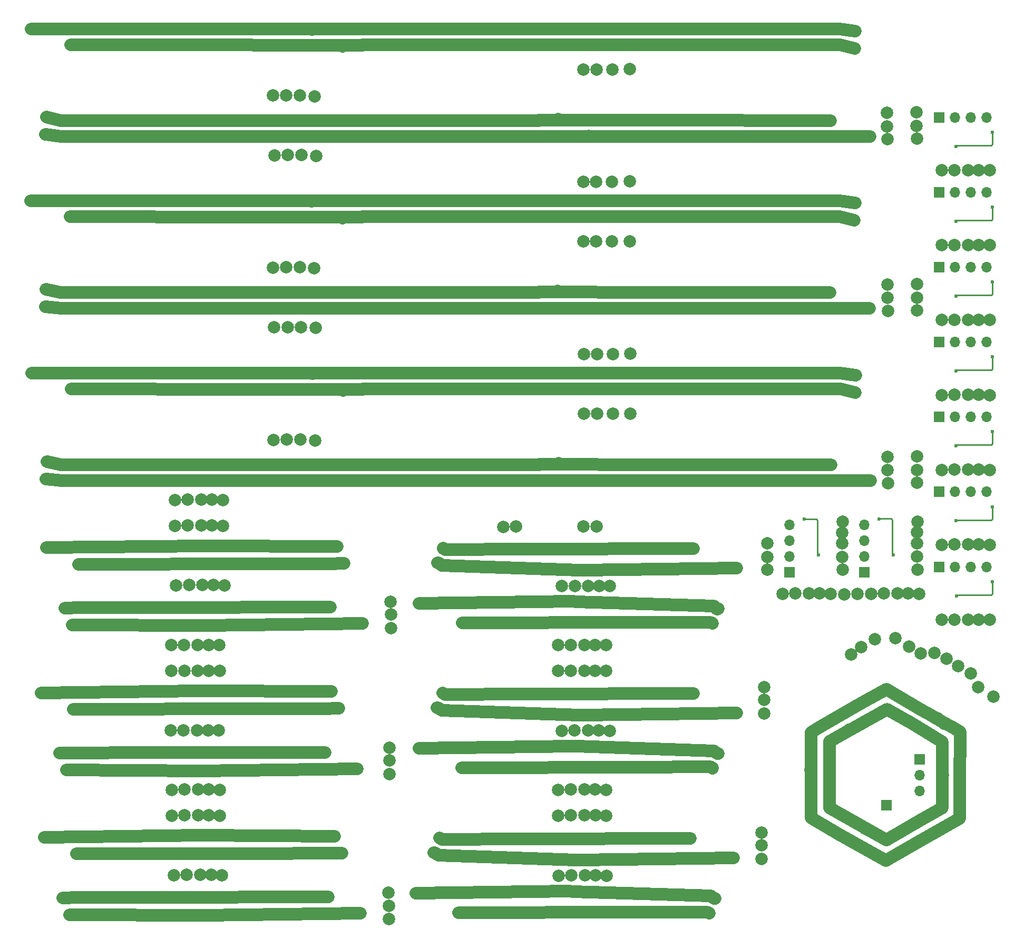
<source format=gbr>
G04 #@! TF.FileFunction,Copper,L2,Bot,Signal*
%FSLAX46Y46*%
G04 Gerber Fmt 4.6, Leading zero omitted, Abs format (unit mm)*
G04 Created by KiCad (PCBNEW 4.0.7) date 10/29/17 08:22:04*
%MOMM*%
%LPD*%
G01*
G04 APERTURE LIST*
%ADD10C,0.100000*%
%ADD11R,1.700000X1.700000*%
%ADD12O,1.700000X1.700000*%
%ADD13C,2.000000*%
%ADD14C,0.600000*%
%ADD15C,2.000000*%
%ADD16C,0.250000*%
%ADD17C,1.000000*%
%ADD18C,0.500000*%
G04 APERTURE END LIST*
D10*
D11*
X141109700Y-112737900D03*
D12*
X141109700Y-110197900D03*
X141109700Y-107657900D03*
X141109700Y-105117900D03*
D11*
X153149300Y-112712500D03*
D12*
X153149300Y-110172500D03*
X153149300Y-107632500D03*
X153149300Y-105092500D03*
D11*
X165163500Y-111848900D03*
D12*
X167703500Y-111848900D03*
X170243500Y-111848900D03*
X172783500Y-111848900D03*
D11*
X165138100Y-39636700D03*
D12*
X167678100Y-39636700D03*
X170218100Y-39636700D03*
X172758100Y-39636700D03*
D11*
X165138100Y-51676300D03*
D12*
X167678100Y-51676300D03*
X170218100Y-51676300D03*
X172758100Y-51676300D03*
D11*
X165138100Y-75730100D03*
D12*
X167678100Y-75730100D03*
X170218100Y-75730100D03*
X172758100Y-75730100D03*
D11*
X165138100Y-63690500D03*
D12*
X167678100Y-63690500D03*
X170218100Y-63690500D03*
X172758100Y-63690500D03*
D11*
X165138100Y-87769700D03*
D12*
X167678100Y-87769700D03*
X170218100Y-87769700D03*
X172758100Y-87769700D03*
D11*
X162026600Y-142824200D03*
D12*
X162026600Y-145364200D03*
X162026600Y-147904200D03*
D11*
X156692600Y-150126700D03*
X165138100Y-99809300D03*
D12*
X167678100Y-99809300D03*
X170218100Y-99809300D03*
X172758100Y-99809300D03*
D13*
X156870400Y-43129200D03*
X156819600Y-41071800D03*
X156819600Y-38887400D03*
X161518600Y-38836600D03*
X161518600Y-41021000D03*
X161569400Y-43078400D03*
X156921200Y-70713600D03*
X156870400Y-68656200D03*
X156870400Y-66471800D03*
X161569400Y-66421000D03*
X161569400Y-68605400D03*
X161620200Y-70662800D03*
X161620200Y-98348800D03*
X161569400Y-96291400D03*
X161569400Y-94107000D03*
X156870400Y-94157800D03*
X156870400Y-96342200D03*
X156921200Y-98399600D03*
X170205400Y-128955800D03*
X168249600Y-127787400D03*
X166344600Y-126644400D03*
X164439600Y-125679200D03*
X171450000Y-131165600D03*
X173888400Y-132715000D03*
X158165800Y-123342400D03*
X160299400Y-124637800D03*
X162204400Y-125806200D03*
X154838400Y-123520200D03*
X152628600Y-124764800D03*
X149910800Y-116255800D03*
X152044400Y-116230400D03*
X151053800Y-125933200D03*
X145973800Y-116154200D03*
X144246600Y-116154200D03*
X142062200Y-116154200D03*
X140004800Y-116205000D03*
X147726400Y-116205000D03*
X161950400Y-116205000D03*
X154228800Y-116205000D03*
X156286200Y-116154200D03*
X158470600Y-116154200D03*
X160197800Y-116154200D03*
X149580600Y-106349800D03*
X149580600Y-108077000D03*
X149580600Y-110261400D03*
X149631400Y-112318800D03*
X149631400Y-104597200D03*
X137591800Y-112318800D03*
X137541000Y-110261400D03*
X137541000Y-108077000D03*
X161671000Y-104571800D03*
X161671000Y-112293400D03*
X161620200Y-110236000D03*
X161620200Y-108051600D03*
X161620200Y-106324400D03*
X171551600Y-120319800D03*
X169824400Y-120319800D03*
X167640000Y-120319800D03*
X165582600Y-120370600D03*
X173304200Y-120370600D03*
X171526200Y-48107600D03*
X169799000Y-48107600D03*
X167614600Y-48107600D03*
X165557200Y-48158400D03*
X173278800Y-48158400D03*
X173278800Y-60198000D03*
X165557200Y-60198000D03*
X167614600Y-60147200D03*
X169799000Y-60147200D03*
X171526200Y-60147200D03*
X171526200Y-84201000D03*
X169799000Y-84201000D03*
X167614600Y-84201000D03*
X165557200Y-84251800D03*
X173278800Y-84251800D03*
X173278800Y-72212200D03*
X165557200Y-72212200D03*
X167614600Y-72161400D03*
X169799000Y-72161400D03*
X171526200Y-72161400D03*
X171526200Y-96240600D03*
X169799000Y-96240600D03*
X167614600Y-96240600D03*
X165557200Y-96291400D03*
X173278800Y-96291400D03*
X136601200Y-154533600D03*
X136652000Y-156591000D03*
X136652000Y-158775400D03*
X137033000Y-131191000D03*
X137083800Y-133248400D03*
X137083800Y-135432800D03*
X108051600Y-105384600D03*
X110109000Y-105333800D03*
X76682600Y-164236400D03*
X76733400Y-166293800D03*
X76733400Y-168478200D03*
X76885800Y-145135600D03*
X76885800Y-142951200D03*
X76835000Y-140893800D03*
X77063600Y-117475000D03*
X77114400Y-119532400D03*
X77114400Y-121716800D03*
X47701200Y-138099800D03*
X45974000Y-138099800D03*
X43789600Y-138099800D03*
X41732200Y-138150600D03*
X49453800Y-138150600D03*
X50317400Y-114833400D03*
X42595800Y-114833400D03*
X44653200Y-114782600D03*
X46837600Y-114782600D03*
X48564800Y-114782600D03*
X49961800Y-161391600D03*
X42240200Y-161391600D03*
X44297600Y-161340800D03*
X46482000Y-161340800D03*
X48209200Y-161340800D03*
X47828200Y-147650200D03*
X46101000Y-147650200D03*
X43916600Y-147650200D03*
X41859200Y-147701000D03*
X49580800Y-147701000D03*
X47853600Y-151790400D03*
X46126400Y-151790400D03*
X43942000Y-151790400D03*
X41884600Y-151841200D03*
X49606200Y-151841200D03*
X49555400Y-128600200D03*
X41833800Y-128600200D03*
X43891200Y-128549400D03*
X46075600Y-128549400D03*
X47802800Y-128549400D03*
X49530000Y-124460000D03*
X41808400Y-124460000D03*
X43865800Y-124409200D03*
X46050200Y-124409200D03*
X47777400Y-124409200D03*
X97180400Y-105384600D03*
X95123000Y-105435400D03*
X173278800Y-108331000D03*
X165557200Y-108331000D03*
X167614600Y-108280200D03*
X169799000Y-108280200D03*
X171526200Y-108280200D03*
X50114200Y-105283000D03*
X42392600Y-105283000D03*
X44450000Y-105232200D03*
X46634400Y-105232200D03*
X48361600Y-105232200D03*
X50088800Y-101142800D03*
X42367200Y-101142800D03*
X44424600Y-101092000D03*
X46609000Y-101092000D03*
X48336200Y-101092000D03*
X111683800Y-151815800D03*
X106019600Y-151765000D03*
X108204000Y-151765000D03*
X109931200Y-151765000D03*
X111658400Y-147675600D03*
X108178600Y-147624800D03*
X109905800Y-147624800D03*
X112255300Y-138214100D03*
X110502700Y-138163300D03*
X111658400Y-128600200D03*
X105994200Y-128549400D03*
X108178600Y-128549400D03*
X109905800Y-128549400D03*
X111633000Y-124460000D03*
X108153200Y-124409200D03*
X109880400Y-124409200D03*
X109994700Y-161455100D03*
X108267500Y-161455100D03*
X106083100Y-161455100D03*
X104025700Y-161505900D03*
X111747300Y-161505900D03*
X112280700Y-114947700D03*
X108800900Y-114896900D03*
X110528100Y-114896900D03*
X107975400Y-49987200D03*
X110083600Y-49987200D03*
X115443000Y-49936400D03*
X112598200Y-49987200D03*
X58343800Y-73380600D03*
X60477400Y-73329800D03*
X62661800Y-73329800D03*
X64998600Y-73482200D03*
X112598200Y-59588400D03*
X115443000Y-59537600D03*
X110083600Y-59588400D03*
X107975400Y-59588400D03*
X64770000Y-63881000D03*
X62433200Y-63728600D03*
X60248800Y-63728600D03*
X58115200Y-63779400D03*
X58242200Y-91465400D03*
X60375800Y-91414600D03*
X62560200Y-91414600D03*
X64897000Y-91567000D03*
X108102400Y-87274400D03*
X110210600Y-87274400D03*
X115570000Y-87223600D03*
X112725200Y-87274400D03*
X112725200Y-77673200D03*
X115570000Y-77622400D03*
X110210600Y-77673200D03*
X108102400Y-77673200D03*
X58394600Y-45745400D03*
X60528200Y-45694600D03*
X62712600Y-45694600D03*
X65049400Y-45847000D03*
X112649000Y-31953200D03*
X115493800Y-31902400D03*
X110134400Y-31953200D03*
X108026200Y-31953200D03*
X64820800Y-36245800D03*
X62484000Y-36093400D03*
X60299600Y-36093400D03*
X58166000Y-36144200D03*
D14*
X159941471Y-157129907D03*
X159931100Y-157111700D03*
D13*
X103936800Y-147675600D03*
X103911400Y-124460000D03*
X103962200Y-151815800D03*
X104533700Y-138214100D03*
X103936800Y-128600200D03*
X104559100Y-114947700D03*
X105994200Y-147624800D03*
X105968800Y-124409200D03*
X106591100Y-138163300D03*
X108775500Y-138163300D03*
X106616500Y-114896900D03*
D14*
X46897089Y-108469196D03*
X68439174Y-108570182D03*
X46541489Y-155027396D03*
X68083574Y-155128382D03*
X67575574Y-131887382D03*
X46033489Y-131786396D03*
X20846545Y-132103329D03*
X71711055Y-144299471D03*
X46524111Y-144616404D03*
X24982026Y-144515418D03*
X25845626Y-121198218D03*
X47387711Y-121299204D03*
X72574655Y-120982271D03*
X21710145Y-108786129D03*
X25490026Y-167756418D03*
X47032111Y-167857404D03*
X72219055Y-167540471D03*
X21354545Y-155344329D03*
X81561066Y-141011890D03*
X129508452Y-141891451D03*
X106892025Y-140825382D03*
X107293475Y-135539318D03*
X84677048Y-134473249D03*
X132624434Y-135352810D03*
X132116434Y-158644610D03*
X84169048Y-157765049D03*
X106785475Y-158831118D03*
X106384025Y-164117182D03*
X129000452Y-165183251D03*
X81053066Y-164303690D03*
X81586466Y-117745490D03*
X129533852Y-118625051D03*
X106917425Y-117558982D03*
X21590000Y-70027800D03*
X68326000Y-70599300D03*
X108839000Y-70281800D03*
X101282500Y-70345300D03*
X39687500Y-70345300D03*
X98996500Y-70345300D03*
X153987500Y-70345300D03*
X128587500Y-70345300D03*
X151599900Y-53378100D03*
X104863900Y-52806600D03*
X64350900Y-53124100D03*
X71907400Y-53060600D03*
X133502400Y-53060600D03*
X74193400Y-53060600D03*
X19202400Y-53060600D03*
X44602400Y-53060600D03*
X44729400Y-80746600D03*
X19329400Y-80746600D03*
X74320400Y-80746600D03*
X133629400Y-80746600D03*
X72034400Y-80746600D03*
X64477900Y-80810100D03*
X104990900Y-80492600D03*
X151726900Y-81064100D03*
X128714500Y-98031300D03*
X154114500Y-98031300D03*
X99123500Y-98031300D03*
X39814500Y-98031300D03*
X101409500Y-98031300D03*
X108966000Y-97967800D03*
X68453000Y-98285300D03*
X21717000Y-97713800D03*
X21640800Y-42392600D03*
X68376800Y-42964100D03*
X108889800Y-42646600D03*
X101333300Y-42710100D03*
X39738300Y-42710100D03*
X99047300Y-42710100D03*
X154038300Y-42710100D03*
X128638300Y-42710100D03*
X107318875Y-112272918D03*
X84702448Y-111206849D03*
X132649834Y-112086410D03*
X151650700Y-25742900D03*
X104914700Y-25171400D03*
X64401700Y-25488900D03*
X71958200Y-25425400D03*
X133553200Y-25425400D03*
X74244200Y-25425400D03*
X19253200Y-25425400D03*
X44653200Y-25425400D03*
X145961100Y-137807700D03*
X165963600Y-137045700D03*
X144627600Y-142570200D03*
X153327100Y-133426200D03*
X164884100Y-136220200D03*
X147929600Y-154127200D03*
X167424100Y-137744200D03*
X66516675Y-141652540D03*
X37523842Y-141600482D03*
X23851481Y-141795257D03*
X24715081Y-118478057D03*
X38387442Y-118283282D03*
X67380275Y-118335340D03*
X26904525Y-111433060D03*
X55897358Y-111485118D03*
X69569719Y-111290343D03*
X24359481Y-165036257D03*
X38031842Y-164841482D03*
X67024675Y-164893540D03*
X26548925Y-157991260D03*
X55541758Y-158043318D03*
X69214119Y-157848543D03*
X68706119Y-134607543D03*
X55033758Y-134802318D03*
X26040925Y-134750260D03*
X116084909Y-144079839D03*
X88486187Y-144130229D03*
X128393237Y-144015244D03*
X85792263Y-132349456D03*
X125699313Y-132234471D03*
X98100591Y-132284861D03*
X97592591Y-155576661D03*
X125191313Y-155526271D03*
X85284263Y-155641256D03*
X127885237Y-167307044D03*
X87978187Y-167422029D03*
X115576909Y-167371639D03*
X116110309Y-120813439D03*
X88511587Y-120863829D03*
X128418637Y-120748844D03*
X21653500Y-67233800D03*
X59563000Y-67614800D03*
X87757000Y-67741800D03*
X116713000Y-67678300D03*
X100774500Y-67805300D03*
X103886120Y-67566926D03*
X29781500Y-67805300D03*
X147637500Y-67805300D03*
X151536400Y-56172100D03*
X113626900Y-55791100D03*
X85432900Y-55664100D03*
X56476900Y-55727600D03*
X72415400Y-55600600D03*
X69303780Y-55838974D03*
X143408400Y-55600600D03*
X25552400Y-55600600D03*
X25679400Y-83286600D03*
X143535400Y-83286600D03*
X69430780Y-83524974D03*
X72542400Y-83286600D03*
X56603900Y-83413600D03*
X85559900Y-83350100D03*
X113753900Y-83477100D03*
X151663400Y-83858100D03*
X147764500Y-95491300D03*
X29908500Y-95491300D03*
X104013120Y-95252926D03*
X100901500Y-95491300D03*
X116840000Y-95364300D03*
X87884000Y-95427800D03*
X59690000Y-95300800D03*
X21780500Y-94919800D03*
X21704300Y-39598600D03*
X59613800Y-39979600D03*
X87807800Y-40106600D03*
X116763800Y-40043100D03*
X100825300Y-40170100D03*
X103936920Y-39931726D03*
X29832300Y-40170100D03*
X147688300Y-40170100D03*
X85817663Y-109083056D03*
X125724713Y-108968071D03*
X98125991Y-109018461D03*
X151587200Y-28536900D03*
X113677700Y-28155900D03*
X85483700Y-28028900D03*
X56527700Y-28092400D03*
X72466200Y-27965400D03*
X69354580Y-28203774D03*
X143459200Y-27965400D03*
X25603200Y-27965400D03*
X147548600Y-146697700D03*
X150850600Y-137998200D03*
X160121600Y-136601200D03*
X162407600Y-152476200D03*
X165773100Y-145364200D03*
X165709600Y-146824700D03*
X165709600Y-143840200D03*
X153327100Y-153809700D03*
X145770600Y-109982000D03*
X143510000Y-104190800D03*
X155549600Y-104165400D03*
X157810200Y-109956600D03*
X167919400Y-116509800D03*
X173710600Y-114249200D03*
X167894000Y-44297600D03*
X173685200Y-42037000D03*
X173685200Y-54076600D03*
X167894000Y-56337200D03*
X167894000Y-80391000D03*
X173685200Y-78130400D03*
X173685200Y-66090800D03*
X167894000Y-68351400D03*
X167894000Y-92430600D03*
X173685200Y-90170000D03*
X173685200Y-102209600D03*
X167894000Y-104470200D03*
D15*
X159931100Y-157111700D02*
X159941471Y-157129907D01*
X46897089Y-108469196D02*
X21710145Y-108786129D01*
X46897089Y-108469196D02*
X68439174Y-108570182D01*
X46541489Y-155027396D02*
X21354545Y-155344329D01*
X46541489Y-155027396D02*
X68083574Y-155128382D01*
X46033489Y-131786396D02*
X67575574Y-131887382D01*
X46033489Y-131786396D02*
X20846545Y-132103329D01*
X46524111Y-144616404D02*
X71711055Y-144299471D01*
X46524111Y-144616404D02*
X24982026Y-144515418D01*
X47387711Y-121299204D02*
X25845626Y-121198218D01*
X47387711Y-121299204D02*
X72574655Y-120982271D01*
X47032111Y-167857404D02*
X25490026Y-167756418D01*
X47032111Y-167857404D02*
X72219055Y-167540471D01*
X106184009Y-140693294D02*
X81561066Y-141011890D01*
X106895669Y-140717291D02*
X106184009Y-140693294D01*
X128918998Y-141459927D02*
X106895669Y-140717291D01*
X128981284Y-141460610D02*
X128918998Y-141459927D01*
D16*
X106183348Y-140782845D02*
X106184009Y-140693294D01*
D15*
X129508646Y-141891593D02*
X129684119Y-141844575D01*
X129508452Y-141891451D02*
X129508646Y-141891593D01*
X128918998Y-141459927D02*
X129508452Y-141891451D01*
X129508452Y-141891451D02*
X128918998Y-141459927D01*
D17*
X106873398Y-140755866D02*
X106895669Y-140717291D01*
X106892025Y-140825382D02*
X106873398Y-140755866D01*
X107293475Y-135539318D02*
X107312102Y-135608834D01*
X107312102Y-135608834D02*
X107289831Y-135647409D01*
D15*
X84677048Y-134473249D02*
X85266502Y-134904773D01*
X85266502Y-134904773D02*
X84677048Y-134473249D01*
X84677048Y-134473249D02*
X84676854Y-134473107D01*
X84676854Y-134473107D02*
X84501381Y-134520125D01*
D16*
X108002152Y-135581855D02*
X108001491Y-135671406D01*
D15*
X85204216Y-134904090D02*
X85266502Y-134904773D01*
X85266502Y-134904773D02*
X107289831Y-135647409D01*
X107289831Y-135647409D02*
X108001491Y-135671406D01*
X108001491Y-135671406D02*
X132624434Y-135352810D01*
X107493491Y-158963206D02*
X132116434Y-158644610D01*
X106781831Y-158939209D02*
X107493491Y-158963206D01*
X84758502Y-158196573D02*
X106781831Y-158939209D01*
X84696216Y-158195890D02*
X84758502Y-158196573D01*
D16*
X107494152Y-158873655D02*
X107493491Y-158963206D01*
D15*
X84168854Y-157764907D02*
X83993381Y-157811925D01*
X84169048Y-157765049D02*
X84168854Y-157764907D01*
X84758502Y-158196573D02*
X84169048Y-157765049D01*
X84169048Y-157765049D02*
X84758502Y-158196573D01*
D17*
X106804102Y-158900634D02*
X106781831Y-158939209D01*
X106785475Y-158831118D02*
X106804102Y-158900634D01*
X106384025Y-164117182D02*
X106365398Y-164047666D01*
X106365398Y-164047666D02*
X106387669Y-164009091D01*
D15*
X129000452Y-165183251D02*
X128410998Y-164751727D01*
X128410998Y-164751727D02*
X129000452Y-165183251D01*
X129000452Y-165183251D02*
X129000646Y-165183393D01*
X129000646Y-165183393D02*
X129176119Y-165136375D01*
D16*
X105675348Y-164074645D02*
X105676009Y-163985094D01*
D15*
X128473284Y-164752410D02*
X128410998Y-164751727D01*
X128410998Y-164751727D02*
X106387669Y-164009091D01*
X106387669Y-164009091D02*
X105676009Y-163985094D01*
X105676009Y-163985094D02*
X81053066Y-164303690D01*
X106209409Y-117426894D02*
X81586466Y-117745490D01*
X106921069Y-117450891D02*
X106209409Y-117426894D01*
X128944398Y-118193527D02*
X106921069Y-117450891D01*
X129006684Y-118194210D02*
X128944398Y-118193527D01*
D16*
X106208748Y-117516445D02*
X106209409Y-117426894D01*
D15*
X129534046Y-118625193D02*
X129709519Y-118578175D01*
X129533852Y-118625051D02*
X129534046Y-118625193D01*
X128944398Y-118193527D02*
X129533852Y-118625051D01*
X129533852Y-118625051D02*
X128944398Y-118193527D01*
D17*
X106898798Y-117489466D02*
X106921069Y-117450891D01*
X106917425Y-117558982D02*
X106898798Y-117489466D01*
X68326000Y-70599300D02*
X68326000Y-70345300D01*
D15*
X108839000Y-70281800D02*
X108839000Y-70345300D01*
X108839000Y-70345300D02*
X108839000Y-70281800D01*
X37147500Y-70345300D02*
X39687500Y-70345300D01*
X37147500Y-70345300D02*
X24066500Y-70345300D01*
X24066500Y-70345300D02*
X21590000Y-70027800D01*
X21590000Y-70027800D02*
X21526500Y-70027800D01*
X21526500Y-70027800D02*
X21526500Y-70027800D01*
X39687500Y-70345300D02*
X65087500Y-70345300D01*
X105727500Y-70345300D02*
X108839000Y-70345300D01*
X108839000Y-70345300D02*
X128587500Y-70345300D01*
X101282500Y-70345300D02*
X105727500Y-70345300D01*
X152717500Y-70345300D02*
X153987500Y-70345300D01*
X128587500Y-70345300D02*
X152717500Y-70345300D01*
X65087500Y-70345300D02*
X68326000Y-70345300D01*
X68326000Y-70345300D02*
X98996500Y-70345300D01*
X98996500Y-70345300D02*
X101282500Y-70345300D01*
D17*
X104863900Y-52806600D02*
X104863900Y-53060600D01*
D15*
X64350900Y-53124100D02*
X64350900Y-53060600D01*
X64350900Y-53060600D02*
X64350900Y-53124100D01*
X136042400Y-53060600D02*
X133502400Y-53060600D01*
X136042400Y-53060600D02*
X149123400Y-53060600D01*
X149123400Y-53060600D02*
X151599900Y-53378100D01*
X151599900Y-53378100D02*
X151663400Y-53378100D01*
X151663400Y-53378100D02*
X151663400Y-53378100D01*
X133502400Y-53060600D02*
X108102400Y-53060600D01*
X67462400Y-53060600D02*
X64350900Y-53060600D01*
X64350900Y-53060600D02*
X44602400Y-53060600D01*
X71907400Y-53060600D02*
X67462400Y-53060600D01*
X20472400Y-53060600D02*
X19202400Y-53060600D01*
X44602400Y-53060600D02*
X20472400Y-53060600D01*
X108102400Y-53060600D02*
X104863900Y-53060600D01*
X104863900Y-53060600D02*
X74193400Y-53060600D01*
X74193400Y-53060600D02*
X71907400Y-53060600D01*
X74320400Y-80746600D02*
X72034400Y-80746600D01*
X104990900Y-80746600D02*
X74320400Y-80746600D01*
X108229400Y-80746600D02*
X104990900Y-80746600D01*
X44729400Y-80746600D02*
X20599400Y-80746600D01*
X20599400Y-80746600D02*
X19329400Y-80746600D01*
X72034400Y-80746600D02*
X67589400Y-80746600D01*
X64477900Y-80746600D02*
X44729400Y-80746600D01*
X67589400Y-80746600D02*
X64477900Y-80746600D01*
X133629400Y-80746600D02*
X108229400Y-80746600D01*
X151790400Y-81064100D02*
X151790400Y-81064100D01*
X151726900Y-81064100D02*
X151790400Y-81064100D01*
X149250400Y-80746600D02*
X151726900Y-81064100D01*
X136169400Y-80746600D02*
X149250400Y-80746600D01*
X136169400Y-80746600D02*
X133629400Y-80746600D01*
X64477900Y-80746600D02*
X64477900Y-80810100D01*
X64477900Y-80810100D02*
X64477900Y-80746600D01*
D17*
X104990900Y-80492600D02*
X104990900Y-80746600D01*
D15*
X99123500Y-98031300D02*
X101409500Y-98031300D01*
X68453000Y-98031300D02*
X99123500Y-98031300D01*
X65214500Y-98031300D02*
X68453000Y-98031300D01*
X128714500Y-98031300D02*
X152844500Y-98031300D01*
X152844500Y-98031300D02*
X154114500Y-98031300D01*
X101409500Y-98031300D02*
X105854500Y-98031300D01*
X108966000Y-98031300D02*
X128714500Y-98031300D01*
X105854500Y-98031300D02*
X108966000Y-98031300D01*
X39814500Y-98031300D02*
X65214500Y-98031300D01*
X21653500Y-97713800D02*
X21653500Y-97713800D01*
X21717000Y-97713800D02*
X21653500Y-97713800D01*
X24193500Y-98031300D02*
X21717000Y-97713800D01*
X37274500Y-98031300D02*
X24193500Y-98031300D01*
X37274500Y-98031300D02*
X39814500Y-98031300D01*
X108966000Y-98031300D02*
X108966000Y-97967800D01*
X108966000Y-97967800D02*
X108966000Y-98031300D01*
D17*
X68453000Y-98285300D02*
X68453000Y-98031300D01*
X68376800Y-42964100D02*
X68376800Y-42710100D01*
D15*
X108889800Y-42646600D02*
X108889800Y-42710100D01*
X108889800Y-42710100D02*
X108889800Y-42646600D01*
X37198300Y-42710100D02*
X39738300Y-42710100D01*
X37198300Y-42710100D02*
X24117300Y-42710100D01*
X24117300Y-42710100D02*
X21640800Y-42392600D01*
X21640800Y-42392600D02*
X21577300Y-42392600D01*
X21577300Y-42392600D02*
X21577300Y-42392600D01*
X39738300Y-42710100D02*
X65138300Y-42710100D01*
X105778300Y-42710100D02*
X108889800Y-42710100D01*
X108889800Y-42710100D02*
X128638300Y-42710100D01*
X101333300Y-42710100D02*
X105778300Y-42710100D01*
X152768300Y-42710100D02*
X154038300Y-42710100D01*
X128638300Y-42710100D02*
X152768300Y-42710100D01*
X65138300Y-42710100D02*
X68376800Y-42710100D01*
X68376800Y-42710100D02*
X99047300Y-42710100D01*
X99047300Y-42710100D02*
X101333300Y-42710100D01*
D17*
X107318875Y-112272918D02*
X107337502Y-112342434D01*
X107337502Y-112342434D02*
X107315231Y-112381009D01*
D15*
X84702448Y-111206849D02*
X85291902Y-111638373D01*
X85291902Y-111638373D02*
X84702448Y-111206849D01*
X84702448Y-111206849D02*
X84702254Y-111206707D01*
X84702254Y-111206707D02*
X84526781Y-111253725D01*
D16*
X108027552Y-112315455D02*
X108026891Y-112405006D01*
D15*
X85229616Y-111637690D02*
X85291902Y-111638373D01*
X85291902Y-111638373D02*
X107315231Y-112381009D01*
X107315231Y-112381009D02*
X108026891Y-112405006D01*
X108026891Y-112405006D02*
X132649834Y-112086410D01*
D17*
X104914700Y-25171400D02*
X104914700Y-25425400D01*
D15*
X64401700Y-25488900D02*
X64401700Y-25425400D01*
X64401700Y-25425400D02*
X64401700Y-25488900D01*
X136093200Y-25425400D02*
X133553200Y-25425400D01*
X136093200Y-25425400D02*
X149174200Y-25425400D01*
X149174200Y-25425400D02*
X151650700Y-25742900D01*
X151650700Y-25742900D02*
X151714200Y-25742900D01*
X151714200Y-25742900D02*
X151714200Y-25742900D01*
X133553200Y-25425400D02*
X108153200Y-25425400D01*
X67513200Y-25425400D02*
X64401700Y-25425400D01*
X64401700Y-25425400D02*
X44653200Y-25425400D01*
X71958200Y-25425400D02*
X67513200Y-25425400D01*
X20523200Y-25425400D02*
X19253200Y-25425400D01*
X44653200Y-25425400D02*
X20523200Y-25425400D01*
X108153200Y-25425400D02*
X104914700Y-25425400D01*
X104914700Y-25425400D02*
X74244200Y-25425400D01*
X74244200Y-25425400D02*
X71958200Y-25425400D01*
X163995100Y-135775700D02*
X162280600Y-134801113D01*
X164857553Y-136266819D02*
X163995100Y-135775700D01*
X166027692Y-136933148D02*
X164857553Y-136266819D01*
X167430926Y-137732212D02*
X166027692Y-136933148D01*
X168567100Y-138379200D02*
X167430926Y-137732212D01*
X168503600Y-152285700D02*
X168503600Y-146761200D01*
X161645600Y-156159200D02*
X168503600Y-152285700D01*
X156629100Y-159016700D02*
X161645600Y-156159200D01*
X149326600Y-155016200D02*
X156629100Y-159016700D01*
X147912076Y-154156016D02*
X149326600Y-155016200D01*
X144627600Y-152158700D02*
X147912076Y-154156016D01*
X144627600Y-144475200D02*
X144627600Y-152158700D01*
X145961100Y-137601325D02*
X144564100Y-138442700D01*
X151930100Y-134188200D02*
X145961100Y-137601325D01*
X153318437Y-133410731D02*
X151930100Y-134188200D01*
X156692600Y-131521200D02*
X153318437Y-133410731D01*
X162280600Y-134801113D02*
X156692600Y-131521200D01*
X144607543Y-142569785D02*
X144627600Y-144475200D01*
X144564100Y-138442700D02*
X144607543Y-142569785D01*
D18*
X145961100Y-137601325D02*
X145961100Y-137807700D01*
D15*
X168503600Y-146761200D02*
X168567100Y-138379200D01*
X165963600Y-137045700D02*
X166027692Y-136933148D01*
X144564100Y-144475200D02*
X144627600Y-144475200D01*
X144500600Y-144475200D02*
X144564100Y-144475200D01*
X144564100Y-143967200D02*
X144564100Y-144475200D01*
X144627600Y-142570200D02*
X144607543Y-142569743D01*
X144607543Y-142569743D02*
X144607543Y-142569785D01*
X144564100Y-142570200D02*
X144607543Y-142569743D01*
X153327100Y-133426200D02*
X153318437Y-133410731D01*
X164884100Y-136220200D02*
X164857553Y-136266819D01*
X147912076Y-154156017D02*
X147912076Y-154156016D01*
X147929600Y-154127200D02*
X147912076Y-154156017D01*
X167424100Y-137744200D02*
X167430926Y-137732212D01*
D16*
X23851481Y-141795257D02*
X23851481Y-141795257D01*
D15*
X37340533Y-141706315D02*
X66516675Y-141652540D01*
X26237737Y-141737374D02*
X37340533Y-141706315D01*
X23960178Y-141797392D02*
X26237737Y-141737374D01*
X23851481Y-141795257D02*
X23960178Y-141797392D01*
D16*
X37523842Y-141600482D02*
X37340533Y-141706315D01*
X37522011Y-141709367D02*
X37523842Y-141600482D01*
X37523842Y-141600482D02*
X37522011Y-141709367D01*
D15*
X23960178Y-141797392D02*
X23851481Y-141795257D01*
X24823778Y-118480192D02*
X24715081Y-118478057D01*
D16*
X38387442Y-118283282D02*
X38385611Y-118392167D01*
X38385611Y-118392167D02*
X38387442Y-118283282D01*
X38387442Y-118283282D02*
X38204133Y-118389115D01*
D15*
X24715081Y-118478057D02*
X24823778Y-118480192D01*
X24823778Y-118480192D02*
X27101337Y-118420174D01*
X27101337Y-118420174D02*
X38204133Y-118389115D01*
X38204133Y-118389115D02*
X67380275Y-118335340D01*
D16*
X24715081Y-118478057D02*
X24715081Y-118478057D01*
X69569719Y-111290343D02*
X69569719Y-111290343D01*
D15*
X56080667Y-111379285D02*
X26904525Y-111433060D01*
X67183463Y-111348226D02*
X56080667Y-111379285D01*
X69461022Y-111288208D02*
X67183463Y-111348226D01*
X69569719Y-111290343D02*
X69461022Y-111288208D01*
D16*
X55897358Y-111485118D02*
X56080667Y-111379285D01*
X55899189Y-111376233D02*
X55897358Y-111485118D01*
X55897358Y-111485118D02*
X55899189Y-111376233D01*
D15*
X69461022Y-111288208D02*
X69569719Y-111290343D01*
X24468178Y-165038392D02*
X24359481Y-165036257D01*
D16*
X38031842Y-164841482D02*
X38030011Y-164950367D01*
X38030011Y-164950367D02*
X38031842Y-164841482D01*
X38031842Y-164841482D02*
X37848533Y-164947315D01*
D15*
X24359481Y-165036257D02*
X24468178Y-165038392D01*
X24468178Y-165038392D02*
X26745737Y-164978374D01*
X26745737Y-164978374D02*
X37848533Y-164947315D01*
X37848533Y-164947315D02*
X67024675Y-164893540D01*
D16*
X24359481Y-165036257D02*
X24359481Y-165036257D01*
X69214119Y-157848543D02*
X69214119Y-157848543D01*
D15*
X55725067Y-157937485D02*
X26548925Y-157991260D01*
X66827863Y-157906426D02*
X55725067Y-157937485D01*
X69105422Y-157846408D02*
X66827863Y-157906426D01*
X69214119Y-157848543D02*
X69105422Y-157846408D01*
D16*
X55541758Y-158043318D02*
X55725067Y-157937485D01*
X55543589Y-157934433D02*
X55541758Y-158043318D01*
X55541758Y-158043318D02*
X55543589Y-157934433D01*
D15*
X69105422Y-157846408D02*
X69214119Y-157848543D01*
X68597422Y-134605408D02*
X68706119Y-134607543D01*
D16*
X55033758Y-134802318D02*
X55035589Y-134693433D01*
X55035589Y-134693433D02*
X55033758Y-134802318D01*
X55033758Y-134802318D02*
X55217067Y-134696485D01*
D15*
X68706119Y-134607543D02*
X68597422Y-134605408D01*
X68597422Y-134605408D02*
X66319863Y-134665426D01*
X66319863Y-134665426D02*
X55217067Y-134696485D01*
X55217067Y-134696485D02*
X26040925Y-134750260D01*
D16*
X68706119Y-134607543D02*
X68706119Y-134607543D01*
D15*
X88486187Y-144130229D02*
X116084909Y-144079839D01*
X128721299Y-144189760D02*
X128739821Y-144258888D01*
X128655139Y-144151563D02*
X128721299Y-144189760D01*
X116084909Y-144079839D02*
X128393237Y-144015244D01*
X128393237Y-144015244D02*
X128655139Y-144151563D01*
X128655139Y-144151563D02*
X128393237Y-144015244D01*
X85530361Y-132213137D02*
X85792263Y-132349456D01*
X85792263Y-132349456D02*
X85530361Y-132213137D01*
X98100591Y-132284861D02*
X85792263Y-132349456D01*
X85530361Y-132213137D02*
X85464201Y-132174940D01*
X85464201Y-132174940D02*
X85445679Y-132105812D01*
X125699313Y-132234471D02*
X98100591Y-132284861D01*
X125191313Y-155526271D02*
X97592591Y-155576661D01*
X84956201Y-155466740D02*
X84937679Y-155397612D01*
X85022361Y-155504937D02*
X84956201Y-155466740D01*
X97592591Y-155576661D02*
X85284263Y-155641256D01*
X85284263Y-155641256D02*
X85022361Y-155504937D01*
X85022361Y-155504937D02*
X85284263Y-155641256D01*
X128147139Y-167443363D02*
X127885237Y-167307044D01*
X127885237Y-167307044D02*
X128147139Y-167443363D01*
X115576909Y-167371639D02*
X127885237Y-167307044D01*
X128147139Y-167443363D02*
X128213299Y-167481560D01*
X128213299Y-167481560D02*
X128231821Y-167550688D01*
X87978187Y-167422029D02*
X115576909Y-167371639D01*
X88511587Y-120863829D02*
X116110309Y-120813439D01*
X128746699Y-120923360D02*
X128765221Y-120992488D01*
X128680539Y-120885163D02*
X128746699Y-120923360D01*
X116110309Y-120813439D02*
X128418637Y-120748844D01*
X128418637Y-120748844D02*
X128680539Y-120885163D01*
X128680539Y-120885163D02*
X128418637Y-120748844D01*
X24003000Y-67805300D02*
X21653500Y-67233800D01*
D17*
X59563000Y-67614800D02*
X59563000Y-67805300D01*
X87757000Y-67741800D02*
X87757000Y-67805300D01*
X89217500Y-67614800D02*
X89217500Y-67805300D01*
D15*
X57467500Y-67805300D02*
X59563000Y-67805300D01*
X59563000Y-67805300D02*
X87757000Y-67805300D01*
X87757000Y-67805300D02*
X89217500Y-67805300D01*
X89217500Y-67805300D02*
X100774500Y-67805300D01*
D17*
X116713000Y-67678300D02*
X116712870Y-67737926D01*
D15*
X100774500Y-67805300D02*
X100774722Y-67703202D01*
X103885654Y-67709980D02*
X103886120Y-67566926D01*
D17*
X120015000Y-67678300D02*
X120014854Y-67745120D01*
D15*
X24003000Y-67805300D02*
X29781500Y-67805300D01*
X29781500Y-67805300D02*
X29527500Y-67805300D01*
X30797500Y-67805300D02*
X29527500Y-67805300D01*
X147637500Y-67805300D02*
X120014854Y-67745120D01*
X120014854Y-67745120D02*
X116712870Y-67737926D01*
X116712870Y-67737926D02*
X103885654Y-67709980D01*
X103885654Y-67709980D02*
X100774722Y-67703202D01*
X57467500Y-67805300D02*
X30797500Y-67805300D01*
X149186900Y-55600600D02*
X151536400Y-56172100D01*
D17*
X113626900Y-55791100D02*
X113626900Y-55600600D01*
X85432900Y-55664100D02*
X85432900Y-55600600D01*
X83972400Y-55791100D02*
X83972400Y-55600600D01*
D15*
X115722400Y-55600600D02*
X113626900Y-55600600D01*
X113626900Y-55600600D02*
X85432900Y-55600600D01*
X85432900Y-55600600D02*
X83972400Y-55600600D01*
X83972400Y-55600600D02*
X72415400Y-55600600D01*
D17*
X56476900Y-55727600D02*
X56477030Y-55667974D01*
D15*
X72415400Y-55600600D02*
X72415178Y-55702698D01*
X69304246Y-55695920D02*
X69303780Y-55838974D01*
D17*
X53174900Y-55727600D02*
X53175046Y-55660780D01*
D15*
X149186900Y-55600600D02*
X143408400Y-55600600D01*
X143408400Y-55600600D02*
X143662400Y-55600600D01*
X142392400Y-55600600D02*
X143662400Y-55600600D01*
X25552400Y-55600600D02*
X53175046Y-55660780D01*
X53175046Y-55660780D02*
X56477030Y-55667974D01*
X56477030Y-55667974D02*
X69304246Y-55695920D01*
X69304246Y-55695920D02*
X72415178Y-55702698D01*
X115722400Y-55600600D02*
X142392400Y-55600600D01*
X115849400Y-83286600D02*
X142519400Y-83286600D01*
X69431246Y-83381920D02*
X72542178Y-83388698D01*
X56604030Y-83353974D02*
X69431246Y-83381920D01*
X53302046Y-83346780D02*
X56604030Y-83353974D01*
X25679400Y-83286600D02*
X53302046Y-83346780D01*
X142519400Y-83286600D02*
X143789400Y-83286600D01*
X143535400Y-83286600D02*
X143789400Y-83286600D01*
X149313900Y-83286600D02*
X143535400Y-83286600D01*
D17*
X53301900Y-83413600D02*
X53302046Y-83346780D01*
D15*
X69431246Y-83381920D02*
X69430780Y-83524974D01*
X72542400Y-83286600D02*
X72542178Y-83388698D01*
D17*
X56603900Y-83413600D02*
X56604030Y-83353974D01*
D15*
X84099400Y-83286600D02*
X72542400Y-83286600D01*
X85559900Y-83286600D02*
X84099400Y-83286600D01*
X113753900Y-83286600D02*
X85559900Y-83286600D01*
X115849400Y-83286600D02*
X113753900Y-83286600D01*
D17*
X84099400Y-83477100D02*
X84099400Y-83286600D01*
X85559900Y-83350100D02*
X85559900Y-83286600D01*
X113753900Y-83477100D02*
X113753900Y-83286600D01*
D15*
X149313900Y-83286600D02*
X151663400Y-83858100D01*
X57594500Y-95491300D02*
X30924500Y-95491300D01*
X104012654Y-95395980D02*
X100901722Y-95389202D01*
X116839870Y-95423926D02*
X104012654Y-95395980D01*
X120141854Y-95431120D02*
X116839870Y-95423926D01*
X147764500Y-95491300D02*
X120141854Y-95431120D01*
X30924500Y-95491300D02*
X29654500Y-95491300D01*
X29908500Y-95491300D02*
X29654500Y-95491300D01*
X24130000Y-95491300D02*
X29908500Y-95491300D01*
D17*
X120142000Y-95364300D02*
X120141854Y-95431120D01*
D15*
X104012654Y-95395980D02*
X104013120Y-95252926D01*
X100901500Y-95491300D02*
X100901722Y-95389202D01*
D17*
X116840000Y-95364300D02*
X116839870Y-95423926D01*
D15*
X89344500Y-95491300D02*
X100901500Y-95491300D01*
X87884000Y-95491300D02*
X89344500Y-95491300D01*
X59690000Y-95491300D02*
X87884000Y-95491300D01*
X57594500Y-95491300D02*
X59690000Y-95491300D01*
D17*
X89344500Y-95300800D02*
X89344500Y-95491300D01*
X87884000Y-95427800D02*
X87884000Y-95491300D01*
X59690000Y-95300800D02*
X59690000Y-95491300D01*
D15*
X24130000Y-95491300D02*
X21780500Y-94919800D01*
X24053800Y-40170100D02*
X21704300Y-39598600D01*
D17*
X59613800Y-39979600D02*
X59613800Y-40170100D01*
X87807800Y-40106600D02*
X87807800Y-40170100D01*
X89268300Y-39979600D02*
X89268300Y-40170100D01*
D15*
X57518300Y-40170100D02*
X59613800Y-40170100D01*
X59613800Y-40170100D02*
X87807800Y-40170100D01*
X87807800Y-40170100D02*
X89268300Y-40170100D01*
X89268300Y-40170100D02*
X100825300Y-40170100D01*
D17*
X116763800Y-40043100D02*
X116763670Y-40102726D01*
D15*
X100825300Y-40170100D02*
X100825522Y-40068002D01*
X103936454Y-40074780D02*
X103936920Y-39931726D01*
D17*
X120065800Y-40043100D02*
X120065654Y-40109920D01*
D15*
X24053800Y-40170100D02*
X29832300Y-40170100D01*
X29832300Y-40170100D02*
X29578300Y-40170100D01*
X30848300Y-40170100D02*
X29578300Y-40170100D01*
X147688300Y-40170100D02*
X120065654Y-40109920D01*
X120065654Y-40109920D02*
X116763670Y-40102726D01*
X116763670Y-40102726D02*
X103936454Y-40074780D01*
X103936454Y-40074780D02*
X100825522Y-40068002D01*
X57518300Y-40170100D02*
X30848300Y-40170100D01*
X85555761Y-108946737D02*
X85817663Y-109083056D01*
X85817663Y-109083056D02*
X85555761Y-108946737D01*
X98125991Y-109018461D02*
X85817663Y-109083056D01*
X85555761Y-108946737D02*
X85489601Y-108908540D01*
X85489601Y-108908540D02*
X85471079Y-108839412D01*
X125724713Y-108968071D02*
X98125991Y-109018461D01*
X149237700Y-27965400D02*
X151587200Y-28536900D01*
D17*
X113677700Y-28155900D02*
X113677700Y-27965400D01*
X85483700Y-28028900D02*
X85483700Y-27965400D01*
X84023200Y-28155900D02*
X84023200Y-27965400D01*
D15*
X115773200Y-27965400D02*
X113677700Y-27965400D01*
X113677700Y-27965400D02*
X85483700Y-27965400D01*
X85483700Y-27965400D02*
X84023200Y-27965400D01*
X84023200Y-27965400D02*
X72466200Y-27965400D01*
D17*
X56527700Y-28092400D02*
X56527830Y-28032774D01*
D15*
X72466200Y-27965400D02*
X72465978Y-28067498D01*
X69355046Y-28060720D02*
X69354580Y-28203774D01*
D17*
X53225700Y-28092400D02*
X53225846Y-28025580D01*
D15*
X149237700Y-27965400D02*
X143459200Y-27965400D01*
X143459200Y-27965400D02*
X143713200Y-27965400D01*
X142443200Y-27965400D02*
X143713200Y-27965400D01*
X25603200Y-27965400D02*
X53225846Y-28025580D01*
X53225846Y-28025580D02*
X56527830Y-28032774D01*
X56527830Y-28032774D02*
X69355046Y-28060720D01*
X69355046Y-28060720D02*
X72465978Y-28067498D01*
X115773200Y-27965400D02*
X142443200Y-27965400D01*
X160378112Y-136800574D02*
X165709600Y-139966700D01*
X160248600Y-136728200D02*
X160378112Y-136800574D01*
X160097383Y-136645459D02*
X160248600Y-136728200D01*
X156756100Y-134759700D02*
X160097383Y-136645459D01*
X165709600Y-146824700D02*
X165709600Y-150571200D01*
X165709600Y-145364200D02*
X165709600Y-146824700D01*
X165709600Y-143840200D02*
X165709600Y-145364200D01*
X165709600Y-139966700D02*
X165709600Y-143840200D01*
X162407600Y-152476200D02*
X156692600Y-155778200D01*
X165709600Y-150571200D02*
X162407600Y-152476200D01*
X153967449Y-154239290D02*
X147548600Y-150571200D01*
X156692600Y-155778200D02*
X153967449Y-154239290D01*
X147548600Y-146189700D02*
X147548600Y-139903200D01*
X147548600Y-150571200D02*
X147548600Y-146189700D01*
X151011982Y-137949444D02*
X156756100Y-134759700D01*
X147548600Y-139903200D02*
X151011982Y-137949444D01*
X153959634Y-154252967D02*
X153967449Y-154239290D01*
X153276300Y-153911300D02*
X153959634Y-154252967D01*
X153197634Y-153871967D02*
X153276300Y-153911300D01*
X147548600Y-146570700D02*
X147548600Y-146189700D01*
X147548600Y-146697700D02*
X147548600Y-146570700D01*
X150850600Y-137998200D02*
X150630982Y-138139944D01*
X160121600Y-136601200D02*
X160097383Y-136645459D01*
X165773100Y-145364200D02*
X165709600Y-145364200D01*
X153327100Y-153809700D02*
X153276300Y-153911300D01*
D16*
X145618200Y-109829600D02*
X145770600Y-109982000D01*
X145618200Y-104368600D02*
X145618200Y-109829600D01*
X145415000Y-104165400D02*
X145618200Y-104368600D01*
X143535400Y-104165400D02*
X145415000Y-104165400D01*
X143510000Y-104190800D02*
X143535400Y-104165400D01*
X155549600Y-104165400D02*
X155575000Y-104140000D01*
X155575000Y-104140000D02*
X157454600Y-104140000D01*
X157454600Y-104140000D02*
X157657800Y-104343200D01*
X157657800Y-104343200D02*
X157657800Y-109804200D01*
X157657800Y-109804200D02*
X157810200Y-109956600D01*
X168071800Y-116357400D02*
X167919400Y-116509800D01*
X173532800Y-116357400D02*
X168071800Y-116357400D01*
X173736000Y-116154200D02*
X173532800Y-116357400D01*
X173736000Y-114274600D02*
X173736000Y-116154200D01*
X173710600Y-114249200D02*
X173736000Y-114274600D01*
X168046400Y-44145200D02*
X167894000Y-44297600D01*
X173507400Y-44145200D02*
X168046400Y-44145200D01*
X173710600Y-43942000D02*
X173507400Y-44145200D01*
X173710600Y-42062400D02*
X173710600Y-43942000D01*
X173685200Y-42037000D02*
X173710600Y-42062400D01*
X173685200Y-54076600D02*
X173710600Y-54102000D01*
X173710600Y-54102000D02*
X173710600Y-55981600D01*
X173710600Y-55981600D02*
X173507400Y-56184800D01*
X173507400Y-56184800D02*
X168046400Y-56184800D01*
X168046400Y-56184800D02*
X167894000Y-56337200D01*
X168046400Y-80238600D02*
X167894000Y-80391000D01*
X173507400Y-80238600D02*
X168046400Y-80238600D01*
X173710600Y-80035400D02*
X173507400Y-80238600D01*
X173710600Y-78155800D02*
X173710600Y-80035400D01*
X173685200Y-78130400D02*
X173710600Y-78155800D01*
X173685200Y-66090800D02*
X173710600Y-66116200D01*
X173710600Y-66116200D02*
X173710600Y-67995800D01*
X173710600Y-67995800D02*
X173507400Y-68199000D01*
X173507400Y-68199000D02*
X168046400Y-68199000D01*
X168046400Y-68199000D02*
X167894000Y-68351400D01*
X168046400Y-92278200D02*
X167894000Y-92430600D01*
X173507400Y-92278200D02*
X168046400Y-92278200D01*
X173710600Y-92075000D02*
X173507400Y-92278200D01*
X173710600Y-90195400D02*
X173710600Y-92075000D01*
X173685200Y-90170000D02*
X173710600Y-90195400D01*
X173685200Y-102209600D02*
X173710600Y-102235000D01*
X173710600Y-102235000D02*
X173710600Y-104114600D01*
X173710600Y-104114600D02*
X173507400Y-104317800D01*
X173507400Y-104317800D02*
X168046400Y-104317800D01*
X168046400Y-104317800D02*
X167894000Y-104470200D01*
M02*

</source>
